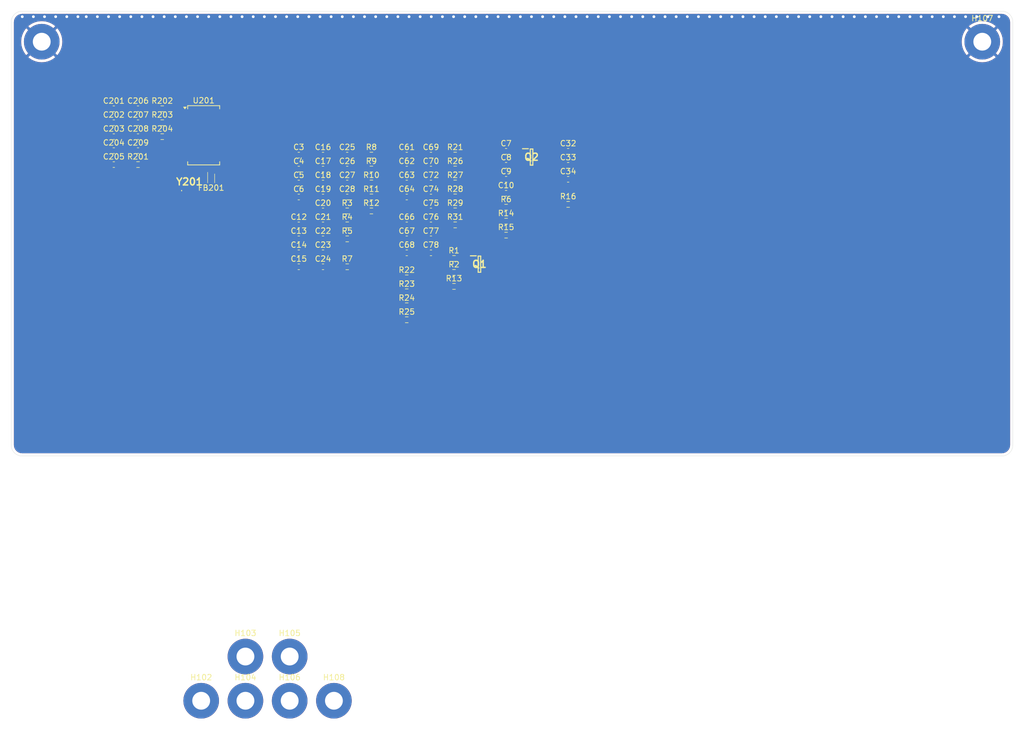
<source format=kicad_pcb>
(kicad_pcb (version 20240108) (generator "pcbnew") (generator_version "8.0")
  (layers (0 "F.Cu" signal) (1 "In1.Cu" signal) (2 "In2.Cu" signal) (31 "B.Cu" signal) (34 "B.Paste" user) (35 "F.Paste" user) (36 "B.SilkS" user "B.Silkscreen") (37 "F.SilkS" user "F.Silkscreen") (38 "B.Mask" user) (39 "F.Mask" user) (44 "Edge.Cuts" user))
  (net 0 "")
  (net 1 "GND")
  (net 2 "Net-(U201-VCCXI)")
  (net 3 "/CODEC/XTI")
  (net 4 "/CODEC/XTO")
  (net 5 "/CODEC/VBUS_F")
  (net 6 "/CODEC/CODEC_3V3")
  (net 7 "Net-(U201-VCCP2I)")
  (net 8 "Net-(U201-VCCP1I)")
  (net 9 "Net-(U201-VCOM)")
  (net 10 "Net-(U201-VCCCI)")
  (net 11 "/CODEC/USB_VBUS")
  (net 12 "Net-(U201-D+)")
  (net 13 "/CODEC/USB_DP")
  (net 14 "/CODEC/USB_DN")
  (net 15 "Net-(U201-D-)")
  (net 16 "/CODEC/VOLUME_UP")
  (net 19 "/CODEC/VOLUME_DOWN")
  (net 20 "/CODEC/MUTE")
  (net 23 "Net-(C1-Pad2)")
  (net 24 "/AMPLIFIER/GVDD")
  (net 25 "/AMPLIFIER/BSPR")
  (net 26 "/AMPLIFIER/OUTPR")
  (net 27 "/AMPLIFIER/BSNR")
  (net 28 "/AMPLIFIER/OUTNR")
  (net 29 "/AMPLIFIER/OUTPL")
  (net 30 "/AMPLIFIER/BSPL")
  (net 31 "/AMPLIFIER/OUTNL")
  (net 32 "/AMPLIFIER/BSNL")
  (net 33 "/AMPLIFIER/OUT_RP")
  (net 34 "/AMPLIFIER/OUT_RN")
  (net 35 "Net-(C21-Pad1)")
  (net 36 "Net-(C22-Pad2)")
  (net 37 "/AMPLIFIER/OUT_LP")
  (net 38 "+15V")
  (net 39 "Net-(C25-Pad1)")
  (net 40 "/AMPLIFIER/OUT_LN")
  (net 41 "Net-(C27-Pad2)")
  (net 42 "Net-(C57-Pad2)")
  (net 43 "/AMPLIFIER_SUB/OUTN")
  (net 44 "/AMPLIFIER_SUB/BSN2")
  (net 45 "/AMPLIFIER_SUB/BSP1")
  (net 46 "/AMPLIFIER_SUB/OUTP")
  (net 47 "/AMPLIFIER_SUB/OUT_P")
  (net 48 "Net-(C70-Pad1)")
  (net 49 "/AMPLIFIER_SUB/BSP2")
  (net 50 "/AMPLIFIER_SUB/OUT_N")
  (net 51 "Net-(C75-Pad2)")
  (net 52 "/AMPLIFIER_SUB/BSN1")
  (net 53 "/AMPLIFIER_SUB/GVDD")
  (net 54 "/AMPLIFIER/GAIN{slash}SLV")
  (net 55 "/AMPLIFIER/FAULT")
  (net 56 "/AMPLIFIER/MUTE")
  (net 57 "/AMPLIFIER_SUB/AUDIO_L")
  (net 58 "/AUDIO_L")
  (net 59 "/AMPLIFIER_SUB/AUDIO_R")
  (net 60 "/AUDIO_R")
  (net 61 "/AMPLIFIER_SUB/GAIN{slash}SLV")
  (net 62 "/AMPLIFIER_SUB/FAULT")
  (net 63 "/CODEC/AUDIO_R")
  (net 64 "/CODEC/AUDIO_L")
  (net 65 "Net-(Q1-G)")
  (net 66 "/AMPLIFIER/RINP")
  (net 67 "/AMPLIFIER/LINP")
  (net 68 "/AMPLIFIER/RINN")
  (net 69 "/AMPLIFIER/LINN")
  (net 70 "/AMPLIFIER_SUB/LINP")
  (net 71 "/AMPLIFIER_SUB/LINN")
  (net 72 "Net-(Q2-G)")
  (footprint "Capacitor_SMD:C_0603_1608Metric_Pad1.08x0.95mm_HandSolder" (layer "F.Cu") (at 91.6875 85.97)
    (property "Reference" "C15" (at 0 -1.43 0) (layer "F.SilkS"))
    (property "Value" "220n")
    (pad "1" smd roundrect (at -0.8625 0) (size 1.075 0.95) (layers "F.Cu" "F.Paste" "F.Mask") (net 30 "/AMPLIFIER/BSPL"))
    (pad "2" smd roundrect (at 0.8625 0) (size 1.075 0.95) (layers "F.Cu" "F.Paste" "F.Mask") (net 29 "/AMPLIFIER/OUTPL"))
  )
  (footprint "Resistor_SMD:R_0603_1608Metric_Pad0.98x0.95mm_HandSolder" (layer "F.Cu") (at 104.7375 75.93)
    (property "Reference" "R12" (at 0 -1.43 0) (layer "F.SilkS"))
    (property "Value" "47k")
    (pad "1" smd roundrect (at -0.9125 0) (size 0.975 0.95) (layers "F.Cu" "F.Paste" "F.Mask") (net 40 "/AMPLIFIER/OUT_LN"))
    (pad "2" smd roundrect (at 0.9125 0) (size 0.975 0.95) (layers "F.Cu" "F.Paste" "F.Mask") (net 37 "/AMPLIFIER/OUT_LP"))
  )
  (footprint "Capacitor_SMD:C_0603_1608Metric_Pad1.08x0.95mm_HandSolder" (layer "F.Cu") (at 111.0875 80.95)
    (property "Reference" "C67" (at 0 -1.43 0) (layer "F.SilkS"))
    (property "Value" "220n")
    (pad "1" smd roundrect (at -0.8625 0) (size 1.075 0.95) (layers "F.Cu" "F.Paste" "F.Mask") (net 45 "/AMPLIFIER_SUB/BSP1"))
    (pad "2" smd roundrect (at 0.8625 0) (size 1.075 0.95) (layers "F.Cu" "F.Paste" "F.Mask") (net 46 "/AMPLIFIER_SUB/OUTP"))
  )
  (footprint "MountingHole:MountingHole_3.2mm_M3_Pad_TopBottom" (layer "F.Cu") (at 82.1 164)
    (property "Reference" "H104" (at 0 -4.2 0) (layer "F.SilkS"))
    (property "Value" "MountingHole_Pad")
    (pad "1" thru_hole circle (at 0 0) (size 3.6 3.6) (drill 3.2) (layers "*.Cu" "*.Mask") (net 1 "GND"))
    (pad "1" connect circle (at 0 0) (size 6.4 6.4) (layers "F.Cu" "F.Mask") (net 1 "GND"))
    (pad "1" connect circle (at 0 0) (size 6.4 6.4) (layers "B.Cu" "B.Mask") (net 1 "GND"))
  )
  (footprint "Capacitor_SMD:C_0603_1608Metric_Pad1.08x0.95mm_HandSolder" (layer "F.Cu") (at 58.45 62.575)
    (property "Reference" "C203" (at 0 -1.43 0) (layer "F.SilkS"))
    (property "Value" "C")
    (pad "1" smd roundrect (at -0.8625 0) (size 1.075 0.95) (layers "F.Cu" "F.Paste" "F.Mask") (net 4 "/CODEC/XTO"))
    (pad "2" smd roundrect (at 0.8625 0) (size 1.075 0.95) (layers "F.Cu" "F.Paste" "F.Mask") (net 1 "GND"))
  )
  (footprint "Resistor_SMD:R_0603_1608Metric_Pad0.98x0.95mm_HandSolder" (layer "F.Cu") (at 67.15 60.065)
    (property "Reference" "R203" (at 0 -1.43 0) (layer "F.SilkS"))
    (property "Value" "1k5")
    (pad "1" smd roundrect (at -0.9125 0) (size 0.975 0.95) (layers "F.Cu" "F.Paste" "F.Mask") (net 13 "/CODEC/USB_DP"))
    (pad "2" smd roundrect (at 0.9125 0) (size 0.975 0.95) (layers "F.Cu" "F.Paste" "F.Mask") (net 6 "/CODEC/CODEC_3V3"))
  )
  (footprint "Resistor_SMD:R_0603_1608Metric_Pad0.98x0.95mm_HandSolder" (layer "F.Cu") (at 119.7875 70.91)
    (property "Reference" "R27" (at 0 -1.43 0) (layer "F.SilkS"))
    (property "Value" "3R3")
    (pad "1" smd roundrect (at -0.9125 0) (size 0.975 0.95) (layers "F.Cu" "F.Paste" "F.Mask") (net 50 "/AMPLIFIER_SUB/OUT_N"))
    (pad "2" smd roundrect (at 0.9125 0) (size 0.975 0.95) (layers "F.Cu" "F.Paste" "F.Mask") (net 51 "Net-(C75-Pad2)"))
  )
  (footprint "Capacitor_SMD:C_0603_1608Metric_Pad1.08x0.95mm_HandSolder" (layer "F.Cu") (at 62.8 60.065)
    (property "Reference" "C207" (at 0 -1.43 0) (layer "F.SilkS"))
    (property "Value" "C")
    (pad "1" smd roundrect (at -0.8625 0) (size 1.075 0.95) (layers "F.Cu" "F.Paste" "F.Mask") (net 8 "Net-(U201-VCCP1I)"))
    (pad "2" smd roundrect (at 0.8625 0) (size 1.075 0.95) (layers "F.Cu" "F.Paste" "F.Mask") (net 1 "GND"))
  )
  (footprint "Resistor_SMD:R_0603_1608Metric_Pad0.98x0.95mm_HandSolder" (layer "F.Cu") (at 119.575 89.5)
    (property "Reference" "R13" (at 0 -1.43 0) (layer "F.SilkS"))
    (property "Value" "10k")
    (pad "1" smd roundrect (at -0.9125 0) (size 0.975 0.95) (layers "F.Cu" "F.Paste" "F.Mask") (net 1 "GND"))
    (pad "2" smd roundrect (at 0.9125 0) (size 0.975 0.95) (layers "F.Cu" "F.Paste" "F.Mask") (net 56 "/AMPLIFIER/MUTE"))
  )
  (footprint "Resistor_SMD:R_0603_1608Metric_Pad0.98x0.95mm_HandSolder" (layer "F.Cu") (at 111.0875 92.99)
    (property "Reference" "R24" (at 0 -1.43 0) (layer "F.SilkS"))
    (property "Value" "47k")
    (pad "1" smd roundrect (at -0.9125 0) (size 0.975 0.95) (layers "F.Cu" "F.Paste" "F.Mask") (net 1 "GND"))
    (pad "2" smd roundrect (at 0.9125 0) (size 0.975 0.95) (layers "F.Cu" "F.Paste" "F.Mask") (net 60 "/AUDIO_R"))
  )
  (footprint "MountingHole:MountingHole_3.2mm_M3_Pad_TopBottom" (layer "F.Cu") (at 74.15 164)
    (property "Reference" "H102" (at 0 -4.2 0) (layer "F.SilkS"))
    (property "Value" "MountingHole_Pad")
    (pad "1" thru_hole circle (at 0 0) (size 3.6 3.6) (drill 3.2) (layers "*.Cu" "*.Mask") (net 1 "GND"))
    (pad "1" connect circle (at 0 0) (size 6.4 6.4) (layers "F.Cu" "F.Mask") (net 1 "GND"))
    (pad "1" connect circle (at 0 0) (size 6.4 6.4) (layers "B.Cu" "B.Mask") (net 1 "GND"))
  )
  (footprint "Capacitor_SMD:C_0603_1608Metric_Pad1.08x0.95mm_HandSolder" (layer "F.Cu") (at 96.0375 75.93)
    (property "Reference" "C20" (at 0 -1.43 0) (layer "F.SilkS"))
    (property "Value" "1n")
    (pad "1" smd roundrect (at -0.8625 0) (size 1.075 0.95) (layers "F.Cu" "F.Paste" "F.Mask") (net 1 "GND"))
    (pad "2" smd roundrect (at 0.8625 0) (size 1.075 0.95) (layers "F.Cu" "F.Paste" "F.Mask") (net 34 "/AMPLIFIER/OUT_RN"))
  )
  (footprint "Resistor_SMD:R_0603_1608Metric_Pad0.98x0.95mm_HandSolder" (layer "F.Cu") (at 100.3875 78.44)
    (property "Reference" "R4" (at 0 -1.43 0) (layer "F.SilkS"))
    (property "Value" "5k6")
    (pad "1" smd roundrect (at -0.9125 0) (size 0.975 0.95) (layers "F.Cu" "F.Paste" "F.Mask") (net 1 "GND"))
    (pad "2" smd roundrect (at 0.9125 0) (size 0.975 0.95) (layers "F.Cu" "F.Paste" "F.Mask") (net 54 "/AMPLIFIER/GAIN{slash}SLV"))
  )
  (footprint "Resistor_SMD:R_0603_1608Metric_Pad0.98x0.95mm_HandSolder" (layer "F.Cu") (at 67.15 57.555)
    (property "Reference" "R202" (at 0 -1.43 0) (layer "F.SilkS"))
    (property "Value" "22R")
    (pad "1" smd roundrect (at -0.9125 0) (size 0.975 0.95) (layers "F.Cu" "F.Paste" "F.Mask") (net 14 "/CODEC/USB_DN"))
    (pad "2" smd roundrect (at 0.9125 0) (size 0.975 0.95) (layers "F.Cu" "F.Paste" "F.Mask") (net 15 "Net-(U201-D-)"))
  )
  (footprint "Inductor_SMD:L_CommonModeChoke_Coilcraft_0603USB" (layer "F.Cu") (at 75.94 70.075)
    (property "Reference" "FB201" (at 0 1.7 0) (layer "F.SilkS"))
    (property "Value" "FerriteBead")
    (pad "1" smd roundrect (at -0.275 -0.655) (size 0.3 0.58) (layers "F.Cu" "F.Paste" "F.Mask") (roundrect_rratio 0.05) (net 11 "/CODEC/USB_VBUS"))
    (pad "2" smd roundrect (at -0.275 0.655) (size 0.3 0.58) (layers "F.Cu" "F.Paste" "F.Mask") (roundrect_rratio 0.05) (net 5 "/CODEC/VBUS_F"))
    (pad "3" smd roundrect (at 0.275 0.655) (size 0.3 0.58) (layers "F.Cu" "F.Paste" "F.Mask") (roundrect_rratio 0.05))
    (pad "4" smd roundrect (at 0.275 -0.655) (size 0.3 0.58) (layers "F.Cu" "F.Paste" "F.Mask") (roundrect_rratio 0.05))
  )
  (footprint "Capacitor_SMD:C_0603_1608Metric_Pad1.08x0.95mm_HandSolder" (layer "F.Cu") (at 96.0375 85.97)
    (property "Reference" "C24" (at 0 -1.43 0) (layer "F.SilkS"))
    (property "Value" "680n")
    (pad "1" smd roundrect (at -0.8625 0) (size 1.075 0.95) (layers "F.Cu" "F.Paste" "F.Mask") (net 37 "/AMPLIFIER/OUT_LP"))
    (pad "2" smd roundrect (at 0.8625 0) (size 1.075 0.95) (layers "F.Cu" "F.Paste" "F.Mask") (net 1 "GND"))
  )
  (footprint "Resistor_SMD:R_0603_1608Metric_Pad0.98x0.95mm_HandSolder" (layer "F.Cu") (at 128.9375 75.26)
    (property "Reference" "R6" (at 0 -1.43 0) (layer "F.SilkS"))
    (property "Value" "10k")
    (pad "1" smd roundrect (at -0.9125 0) (size 0.975 0.95) (layers "F.Cu" "F.Paste" "F.Mask") (net 1 "GND"))
    (pad "2" smd roundrect (at 0.9125 0) (size 0.975 0.95) (layers "F.Cu" "F.Paste" "F.Mask") (net 56 "/AMPLIFIER/MUTE"))
  )
  (footprint "Resistor_SMD:R_0603_1608Metric_Pad0.98x0.95mm_HandSolder" (layer "F.Cu") (at 119.575 84.48)
    (property "Reference" "R1" (at 0 -1.43 0) (layer "F.SilkS"))
    (property "Value" "100k")
    (pad "1" smd roundrect (at -0.9125 0) (size 0.975 0.95) (layers "F.Cu" "F.Paste" "F.Mask") (net 65 "Net-(Q1-G)"))
    (pad "2" smd roundrect (at 0.9125 0) (size 0.975 0.95) (layers "F.Cu" "F.Paste" "F.Mask") (net 56 "/AMPLIFIER/MUTE"))
  )
  (footprint "Capacitor_SMD:C_0603_1608Metric_Pad1.08x0.95mm_HandSolder" (layer "F.Cu") (at 111.0875 83.46)
    (property "Reference" "C68" (at 0 -1.43 0) (layer "F.SilkS"))
    (property "Value" "1u")
    (pad "1" smd roundrect (at -0.8625 0) (size 1.075 0.95) (layers "F.Cu" "F.Paste" "F.Mask") (net 47 "/AMPLIFIER_SUB/OUT_P"))
    (pad "2" smd roundrect (at 0.8625 0) (size 1.075 0.95) (layers "F.Cu" "F.Paste" "F.Mask") (net 1 "GND"))
  )
  (footprint "Capacitor_SMD:C_0603_1608Metric_Pad1.08x0.95mm_HandSolder" (layer "F.Cu") (at 115.4375 83.46)
    (property "Reference" "C78" (at 0 -1.43 0) (layer "F.SilkS"))
    (property "Value" "1u")
    (pad "1" smd roundrect (at -0.8625 0) (size 1.075 0.95) (layers "F.Cu" "F.Paste" "F.Mask") (net 53 "/AMPLIFIER_SUB/GVDD"))
    (pad "2" smd roundrect (at 0.8625 0) (size 1.075 0.95) (layers "F.Cu" "F.Paste" "F.Mask") (net 1 "GND"))
  )
  (footprint "Package_SO:SSOP-28_5.3x10.2mm_P0.65mm" (layer "F.Cu") (at 74.6 62.325)
    (property "Reference" "U201" (at 0 -6.25 0) (layer "F.SilkS"))
    (property "Value" "PCM2902")
    (pad "1" smd rect (at -3.6 -4.225) (size 1.75 0.45) (layers "F.Cu" "F.Paste" "F.Mask") (net 12 "Net-(U201-D+)"))
    (pad "2" smd rect (at -3.6 -3.575) (size 1.75 0.45) (layers "F.Cu" "F.Paste" "F.Mask") (net 15 "Net-(U201-D-)"))
    (pad "3" smd rect (at -3.6 -2.925) (size 1.75 0.45) (layers "F.Cu" "F.Paste" "F.Mask") (net 5 "/CODEC/VBUS_F"))
    (pad "4" smd rect (at -3.6 -2.275) (size 1.75 0.45) (layers "F.Cu" "F.Paste" "F.Mask") (net 1 "GND"))
    (pad "5" smd rect (at -3.6 -1.625) (size 1.75 0.45) (layers "F.Cu" "F.Paste" "F.Mask") (net 20 "/CODEC/MUTE"))
    (pad "6" smd rect (at -3.6 -0.975) (size 1.75 0.45) (layers "F.Cu" "F.Paste" "F.Mask") (net 16 "/CODEC/VOLUME_UP"))
    (pad "7" smd rect (at -3.6 -0.325) (size 1.75 0.45) (layers "F.Cu" "F.Paste" "F.Mask") (net 19 "/CODEC/VOLUME_DOWN"))
    (pad "8" smd rect (at -3.6 0.325) (size 1.75 0.45) (layers "F.Cu" "F.Paste" "F.Mask") (net 6 "/CODEC/CODEC_3V3"))
    (pad "9" smd rect (at -3.6 0.975) (size 1.75 0.45) (layers "F.Cu" "F.Paste" "F.Mask") (net 6 "/CODEC/CODEC_3V3"))
    (pad "10" smd rect (at -3.6 1.625) (size 1.75 0.45) (layers "F.Cu" "F.Paste" "F.Mask") (net 10 "Net-(U201-VCCCI)"))
    (pad "11" smd rect (at -3.6 2.275) (size 1.75 0.45) (layers "F.Cu" "F.Paste" "F.Mask") (net 1 "GND"))
    (pad "12" smd rect (at -3.6 2.925) (size 1.75 0.45) (layers "F.Cu" "F.Paste" "F.Mask"))
    (pad "13" smd rect (at -3.6 3.575) (size 1.75 0.45) (layers "F.Cu" "F.Paste" "F.Mask"))
    (pad "14" smd rect (at -3.6 4.225) (size 1.75 0.45) (layers "F.Cu" "F.Paste" "F.Mask") (net 9 "Net-(U201-VCOM)"))
    (pad "15" smd rect (at 3.6 4.225) (size 1.75 0.45) (layers "F.Cu" "F.Paste" "F.Mask") (net 63 "/CODEC/AUDIO_R"))
    (pad "16" smd rect (at 3.6 3.575) (size 1.75 0.45) (layers "F.Cu" "F.Paste" "F.Mask") (net 64 "/CODEC/AUDIO_L"))
    (pad "17" smd rect (at 3.6 2.925) (size 1.75 0.45) (layers "F.Cu" "F.Paste" "F.Mask") (net 8 "Net-(U201-VCCP1I)"))
    (pad "18" smd rect (at 3.6 2.275) (size 1.75 0.45) (layers "F.Cu" "F.Paste" "F.Mask") (net 1 "GND"))
    (pad "19" smd rect (at 3.6 1.625) (size 1.75 0.45) (layers "F.Cu" "F.Paste" "F.Mask") (net 7 "Net-(U201-VCCP2I)"))
    (pad "20" smd rect (at 3.6 0.975) (size 1.75 0.45) (layers "F.Cu" "F.Paste" "F.Mask") (net 4 "/CODEC/XTO"))
    (pad "21" smd rect (at 3.6 0.325) (size 1.75 0.45) (layers "F.Cu" "F.Paste" "F.Mask") (net 3 "/CODEC/XTI"))
    (pad "22" smd rect (at 3.6 -0.325) (size 1.75 0.45) (layers "F.Cu" "F.Paste" "F.Mask") (net 1 "GND"))
    (pad "23" smd rect (at 3.6 -0.975) (size 1.75 0.45) (layers "F.Cu" "F.Paste" "F.Mask") (net 2 "Net-(U201-VCCXI)"))
    (pad "24" smd rect (at 3.6 -1.625) (size 1.75 0.45) (layers "F.Cu" "F.Paste" "F.Mask"))
    (pad "25" smd rect (at 3.6 -2.275) (size 1.75 0.45) (layers "F.Cu" "F.Paste" "F.Mask"))
    (pad "26" smd rect (at 3.6 -2.925) (size 1.75 0.45) (layers "F.Cu" "F.Paste" "F.Mask") (net 1 "GND"))
    (pad "27" smd rect (at 3.6 -3.575) (size 1.75 0.45) (layers "F.Cu" "F.Paste" "F.Mask") (net 6 "/CODEC/CODEC_3V3"))
    (pad "28" smd rect (at 3.6 -4.225) (size 1.75 0.45) (layers "F.Cu" "F.Paste" "F.Mask") (net 6 "/CODEC/CODEC_3V3"))
  )
  (footprint "Capacitor_SMD:C_0603_1608Metric_Pad1.08x0.95mm_HandSolder" (layer "F.Cu") (at 128.9375 72.75)
    (property "Reference" "C10" (at 0 -1.43 0) (layer "F.SilkS"))
    (property "Value" "1u")
    (pad "1" smd roundrect (at -0.8625 0) (size 1.075 0.95) (layers "F.Cu" "F.Paste" "F.Mask") (net 69 "/AMPLIFIER/LINN"))
    (pad "2" smd roundrect (at 0.8625 0) (size 1.075 0.95) (layers "F.Cu" "F.Paste" "F.Mask") (net 1 "GND"))
  )
  (footprint "Resistor_SMD:R_0603_1608Metric_Pad0.98x0.95mm_HandSolder" (layer "F.Cu") (at 128.9375 77.77)
    (property "Reference" "R14" (at 0 -1.43 0) (layer "F.SilkS"))
    (property "Value" "10k")
    (pad "1" smd roundrect (at -0.9125 0) (size 0.975 0.95) (layers "F.Cu" "F.Paste" "F.Mask") (net 56 "/AMPLIFIER/MUTE"))
    (pad "2" smd roundrect (at 0.9125 0) (size 0.975 0.95) (layers "F.Cu" "F.Paste" "F.Mask") (net 38 "+15V"))
  )
  (footprint "Capacitor_SMD:C_0603_1608Metric_Pad1.08x0.95mm_HandSolder" (layer "F.Cu") (at 115.4375 75.93)
    (property "Reference" "C75" (at 0 -1.43 0) (layer "F.SilkS"))
    (property "Value" "10n")
    (pad "1" smd roundrect (at -0.8625 0) (size 1.075 0.95) (layers "F.Cu" "F.Paste" "F.Mask") (net 1 "GND"))
    (pad "2" smd roundrect (at 0.8625 0) (size 1.075 0.95) (layers "F.Cu" "F.Paste" "F.Mask") (net 51 "Net-(C75-Pad2)"))
  )
  (footprint "MountingHole:MountingHole_3.2mm_M3_Pad_TopBottom" (layer "F.Cu") (at 45.5 45.5)
    (property "Reference" "H101" (hide yes))
    (property "Value" "MountingHole_Pad")
    (pad "1" thru_hole circle (at 0 0) (size 3.6 3.6) (drill 3.2) (layers "*.Cu" "*.Mask") (net 1 "GND"))
    (pad "1" connect circle (at 0 0) (size 6.4 6.4) (layers "F.Cu" "F.Mask") (net 1 "GND"))
    (pad "1" connect circle (at 0 0) (size 6.4 6.4) (layers "B.Cu" "B.Mask") (net 1 "GND"))
  )
  (footprint "Capacitor_SMD:C_0603_1608Metric_Pad1.08x0.95mm_HandSolder" (layer "F.Cu") (at 96.0375 68.4)
    (property "Reference" "C17" (at 0 -1.43 0) (layer "F.SilkS"))
    (property "Value" "680n")
    (pad "1" smd roundrect (at -0.8625 0) (size 1.075 0.95) (layers "F.Cu" "F.Paste" "F.Mask") (net 33 "/AMPLIFIER/OUT_RP"))
    (pad "2" smd roundrect (at 0.8625 0) (size 1.075 0.95) (layers "F.Cu" "F.Paste" "F.Mask") (net 1 "GND"))
  )
  (footprint "Resistor_SMD:R_0603_1608Metric_Pad0.98x0.95mm_HandSolder" (layer "F.Cu") (at 67.15 62.575)
    (property "Reference" "R204" (at 0 -1.43 0) (layer "F.SilkS"))
    (property "Value" "1M")
    (pad "1" smd roundrect (at -0.9125 0) (size 0.975 0.95) (layers "F.Cu" "F.Paste" "F.Mask") (net 4 "/CODEC/XTO"))
    (pad "2" smd roundrect (at 0.9125 0) (size 0.975 0.95) (layers "F.Cu" "F.Paste" "F.Mask") (net 3 "/CODEC/XTI"))
  )
  (footprint "Capacitor_SMD:C_0603_1608Metric_Pad1.08x0.95mm_HandSolder" (layer "F.Cu") (at 115.4375 80.95)
    (property "Reference" "C77" (at 0 -1.43 0) (layer "F.SilkS"))
    (property "Value" "1u")
    (pad "1" smd roundrect (at -0.8625 0) (size 1.075 0.95) (layers "F.Cu" "F.Paste" "F.Mask") (net 1 "GND"))
    (pad "2" smd roundrect (at 0.8625 0) (size 1.075 0.95) (layers "F.Cu" "F.Paste" "F.Mask") (net 50 "/AMPLIFIER_SUB/OUT_N"))
  )
  (footprint "Capacitor_SMD:C_0603_1608Metric_Pad1.08x0.95mm_HandSolder" (layer "F.Cu") (at 140.0875 65.22)
    (property "Reference" "C32" (at 0 -1.43 0) (layer "F.SilkS"))
    (property "Value" "1u")
    (pad "1" smd roundrect (at -0.8625 0) (size 1.075 0.95) (layers "F.Cu" "F.Paste" "F.Mask") (net 57 "/AMPLIFIER_SUB/AUDIO_L"))
    (pad "2" smd roundrect (at 0.8625 0) (size 1.075 0.95) (layers "F.Cu" "F.Paste" "F.Mask") (net 70 "/AMPLIFIER_SUB/LINP"))
  )
  (footprint "MountingHole:MountingHole_3.2mm_M3_Pad_TopBottom" (layer "F.Cu") (at 82.1 156.05)
    (property "Reference" "H103" (at 0 -4.2 0) (layer "F.SilkS"))
    (property "Value" "MountingHole_Pad")
    (pad "1" thru_hole circle (at 0 0) (size 3.6 3.6) (drill 3.2) (layers "*.Cu" "*.Mask") (net 1 "GND"))
    (pad "1" connect circle (at 0 0) (size 6.4 6.4) (layers "F.Cu" "F.Mask") (net 1 "GND"))
    (pad "1" connect circle (at 0 0) (size 6.4 6.4) (layers "B.Cu" "B.Mask") (net 1 "GND"))
  )
  (footprint "Resistor_SMD:R_0603_1608Metric_Pad0.98x0.95mm_HandSolder" (layer "F.Cu") (at 119.575 86.99)
    (property "Reference" "R2" (at 0 -1.43 0) (layer "F.SilkS"))
    (property "Value" "10k")
    (pad "1" smd roundrect (at -0.9125 0) (size 0.975 0.95) (layers "F.Cu" "F.Paste" "F.Mask") (net 56 "/AMPLIFIER/MUTE"))
    (pad "2" smd roundrect (at 0.9125 0) (size 0.975 0.95) (layers "F.Cu" "F.Paste" "F.Mask") (net 38 "+15V"))
  )
  (footprint "Resistor_SMD:R_0603_1608Metric_Pad0.98x0.95mm_HandSolder" (layer "F.Cu") (at 119.7875 73.42)
    (property "Reference" "R28" (at 0 -1.43 0) (layer "F.SilkS"))
    (property "Value" "51k")
    (pad "1" smd roundrect (at -0.9125 0) (size 0.975 0.95) (layers "F.Cu" "F.Paste" "F.Mask") (net 61 "/AMPLIFIER_SUB/GAIN{slash}SLV"))
    (pad "2" smd roundrect (at 0.9125 0) (size 0.975 0.95) (layers "F.Cu" "F.Paste" "F.Mask") (net 53 "/AMPLIFIER_SUB/GVDD"))
  )
  (footprint "Resistor_SMD:R_0603_1608Metric_Pad0.98x0.95mm_HandSolder" (layer "F.Cu") (at 119.7875 75.93)
    (property "Reference" "R29" (at 0 -1.43 0) (layer "F.SilkS"))
    (property "Value" "51k")
    (pad "1" smd roundrect (at -0.9125 0) (size 0.975 0.95) (layers "F.Cu" "F.Paste" "F.Mask") (net 1 "GND"))
    (pad "2" smd roundrect (at 0.9125 0) (size 0.975 0.95) (layers "F.Cu" "F.Paste" "F.Mask") (net 61 "/AMPLIFIER_SUB/GAIN{slash}SLV"))
  )
  (footprint "Resistor_SMD:R_0603_1608Metric_Pad0.98x0.95mm_HandSolder" (layer "F.Cu") (at 119.7875 65.89)
    (property "Reference" "R21" (at 0 -1.43 0) (layer "F.SilkS"))
    (property "Value" "3R3")
    (pad "1" smd roundrect (at -0.9125 0) (size 0.975 0.95) (layers "F.Cu" "F.Paste" "F.Mask") (net 48 "Net-(C70-Pad1)"))
    (pad "2" smd roundrect (at 0.9125 0) (size 0.975 0.95) (layers "F.Cu" "F.Paste" "F.Mask") (net 47 "/AMPLIFIER_SUB/OUT_P"))
  )
  (footprint "MountingHole:MountingHole_3.2mm_M3_Pad_TopBottom" (layer "F.Cu") (at 98 164)
    (property "Reference" "H108" (at 0 -4.2 0) (layer "F.SilkS"))
    (property "Value" "MountingHole_Pad")
    (pad "1" thru_hole circle (at 0 0) (size 3.6 3.6) (drill 3.2) (layers "*.Cu" "*.Mask") (net 1 "GND"))
    (pad "1" connect circle (at 0 0) (size 6.4 6.4) (layers "F.Cu" "F.Mask") (net 1 "GND"))
    (pad "1" connect circle (at 0 0) (size 6.4 6.4) (layers "B.Cu" "B.Mask") (net 1 "GND"))
  )
  (footprint "Resistor_SMD:R_0603_1608Metric_Pad0.98x0.95mm_HandSolder" (layer "F.Cu") (at 104.7375 70.91)
    (property "Reference" "R10" (at 0 -1.43 0) (layer "F.SilkS"))
    (property "Value" "3R3")
    (pad "1" smd roundrect (at -0.9125 0) (size 0.975 0.95) (layers "F.Cu" "F.Paste" "F.Mask") (net 40 "/AMPLIFIER/OUT_LN"))
    (pad "2" smd roundrect (at 0.9125 0) (size 0.975 0.95) (layers "F.Cu" "F.Paste" "F.Mask") (net 41 "Net-(C27-Pad2)"))
  )
  (footprint "Capacitor_SMD:C_0603_1608Metric_Pad1.08x0.95mm_HandSolder" (layer "F.Cu") (at 96.0375 83.46)
    (property "Reference" "C23" (at 0 -1.43 0) (layer "F.SilkS"))
    (property "Value" "1n")
    (pad "1" smd roundrect (at -0.8625 0) (size 1.075 0.95) (layers "F.Cu" "F.Paste" "F.Mask") (net 37 "/AMPLIFIER/OUT_LP"))
    (pad "2" smd roundrect (at 0.8625 0) (size 1.075 0.95) (layers "F.Cu" "F.Paste" "F.Mask") (net 1 "GND"))
  )
  (footprint "Resistor_SMD:R_0603_1608Metric_Pad0.98x0.95mm_HandSolder" (layer "F.Cu") (at 100.3875 85.97)
    (property "Reference" "R7" (at 0 -1.43 0) (layer "F.SilkS"))
    (property "Value" "3R3")
    (pad "1" smd roundrect (at -0.9125 0) (size 0.975 0.95) (layers "F.Cu" "F.Paste" "F.Mask") (net 35 "Net-(C21-Pad1)"))
    (pad "2" smd roundrect (at 0.9125 0) (size 0.975 0.95) (layers "F.Cu" "F.Paste" "F.Mask") (net 33 "/AMPLIFIER/OUT_RP"))
  )
  (footprint "Resistor_SMD:R_0603_1608Metric_Pad0.98x0.95mm_HandSolder" (layer "F.Cu") (at 128.9375 80.28)
    (property "Reference" "R15" (at 0 -1.43 0) (layer "F.SilkS"))
    (property "Value" "100k")
    (pad "1" smd roundrect (at -0.9125 0) (size 0.975 0.95) (layers "F.Cu" "F.Paste" "F.Mask") (net 72 "Net-(Q2-G)"))
    (pad "2" smd roundrect (at 0.9125 0) (size 0.975 0.95) (layers "F.Cu" "F.Paste" "F.Mask") (net 56 "/AMPLIFIER/MUTE"))
  )
  (footprint "Capacitor_SMD:C_0603_1608Metric_Pad1.08x0.95mm_HandSolder" (layer "F.Cu") (at 115.4375 65.89)
    (property "Reference" "C69" (at 0 -1.43 0) (layer "F.SilkS"))
    (property "Value" "680n")
    (pad "1" smd roundrect (at -0.8625 0) (size 1.075 0.95) (layers "F.Cu" "F.Paste" "F.Mask") (net 47 "/AMPLIFIER_SUB/OUT_P"))
    (pad "2" smd roundrect (at 0.8625 0) (size 1.075 0.95) (layers "F.Cu" "F.Paste" "F.Mask") (net 1 "GND"))
  )
  (footprint "Capacitor_SMD:C_0603_1608Metric_Pad1.08x0.95mm_HandSolder" (layer "F.Cu") (at 128.9375 67.73)
    (property "Reference" "C8" (at 0 -1.43 0) (layer "F.SilkS"))
    (property "Value" "1u")
    (pad "1" smd roundrect (at -0.8625 0) (size 1.075 0.95) (layers "F.Cu" "F.Paste" "F.Mask") (net 58 "/AUDIO_L"))
    (pad "2" smd roundrect (at 0.8625 0) (size 1.075 0.95) (layers "F.Cu" "F.Paste" "F.Mask") (net 67 "/AMPLIFIER/LINP"))
  )
  (footprint "Resistor_SMD:R_0603_1608Metric_Pad0.98x0.95mm_HandSolder" (layer "F.Cu") (at 100.3875 80.95)
    (property "Reference" "R5" (at 0 -1.43 0) (layer "F.SilkS"))
    (property "Value" "10k")
    (pad "1" smd roundrect (at -0.9125 0) (size 0.975 0.95) (layers "F.Cu" "F.Paste" "F.Mask") (net 55 "/AMPLIFIER/FAULT"))
    (pad "2" smd roundrect (at 0.9125 0) (size 0.975 0.95) (layers "F.Cu" "F.Paste" "F.Mask") (net 24 "/AMPLIFIER/GVDD"))
  )
  (footprint "MountingHole:MountingHole_3.2mm_M3_Pad_TopBottom" (layer "F.Cu") (at 90.05 156.05)
    (property "Reference" "H105" (at 0 -4.2 0) (layer "F.SilkS"))
    (property "Value" "MountingHole_Pad")
    (pad "1" thru_hole circle (at 0 0) (size 3.6 3.6) (drill 3.2) (layers "*.Cu" "*.Mask") (net 1 "GND"))
    (pad "1" connect circle (at 0 0) (size 6.4 6.4) (layers "F.Cu" "F.Mask") (net 1 "GND"))
    (pad "1" connect circle (at 0 0) (size 6.4 6.4) (layers "B.Cu" "B.Mask") (net 1 "GND"))
  )
  (footprint "Capacitor_SMD:C_0603_1608Metric_Pad1.08x0.95mm_HandSolder" (layer "F.Cu") (at 100.3875 68.4)
    (property "Reference" "C26" (at 0 -1.43 0) (layer "F.SilkS"))
    (property "Value" "680n")
    (pad "1" smd roundrect (at -0.8625 0) (size 1.075 0.95) (layers "F.Cu" "F.Paste" "F.Mask") (net 1 "GND"))
    (pad "2" smd roundrect (at 0.8625 0) (size 1.075 0.95) (layers "F.Cu" "F.Paste" "F.Mask") (net 40 "/AMPLIFIER/OUT_LN"))
  )
  (footprint "Capacitor_SMD:C_0603_1608Metric_Pad1.08x0.95mm_HandSolder" (layer "F.Cu") (at 58.45 65.085)
    (property "Reference" "C204" (at 0 -1.43 0) (layer "F.SilkS"))
    (property "Value" "C")
    (pad "1" smd roundrect (at -0.8625 0) (size 1.075 0.95) (layers "F.Cu" "F.Paste" "F.Mask") (net 5 "/CODEC/VBUS_F"))
    (pad "2" smd roundrect (at 0.8625 0) (size 1.075 0.95) (layers "F.Cu" "F.Paste" "F.Mask") (net 1 "GND"))
  )
  (footprint "Capacitor_SMD:C_0603_1608Metric_Pad1.08x0.95mm_HandSolder" (layer "F.Cu") (at 91.6875 70.91)
    (property "Reference" "C5" (at 0 -1.43 0) (layer "F.SilkS"))
    (property "Value" "1n")
    (pad "1" smd roundrect (at -0.8625 0) (size 1.075 0.95) (layers "F.Cu" "F.Paste" "F.Mask") (net 38 "+15V"))
    (pad "2" smd roundrect (at 0.8625 0) (size 1.075 0.95) (layers "F.Cu" "F.Paste" "F.Mask") (net 23 "Net-(C1-Pad2)"))
  )
  (footprint "Capacitor_SMD:C_0603_1608Metric_Pad1.08x0.95mm_HandSolder" (layer "F.Cu") (at 58.45 60.065)
    (property "Reference" "C202" (at 0 -1.43 0) (layer "F.SilkS"))
    (property "Value" "C")
    (pad "1" smd roundrect (at -0.8625 0) (size 1.075 0.95) (layers "F.Cu" "F.Paste" "F.Mask") (net 3 "/CODEC/XTI"))
    (pad "2" smd roundrect (at 0.8625 0) (size 1.075 0.95) (layers "F.Cu" "F.Paste" "F.Mask") (net 1 "GND"))
  )
  (footprint "Lund Formula Student:LFXTAL035264" (layer "F.Cu") (at 72.034 70.678)
    (property "Reference" "Y201" (at 0 0 0) (layer "F.SilkS") (effects (font (size 1.27 1.27) (thickness 0.254))))
    (property "Value" "LFXTAL035264" (hide yes))
    (pad "1" smd rect (at -1.1 0.8 90) (size 1.15 1.4) (layers "F.Cu" "F.Paste" "F.Mask") (net 4 "/CODEC/XTO"))
    (pad "2" smd rect (at 1.1 0.8 90) (size 1.15 1.4) (layers "F.Cu" "F.Paste" "F.Mask") (net 1 "GND"))
    (pad "3" smd rect (at 1.1 -0.8 90) (size 1.15 1.4) (layers "F.Cu" "F.Paste" "F.Mask") (net 3 "/CODEC/XTI"))
    (pad "4" smd rect (at -1.1 -0.8 90) (size 1.15 1.4) (layers "F.Cu" "F.Paste" "F.Mask") (net 1 "GND"))
  )
  (footprint "Capacitor_SMD:C_0603_1608Metric_Pad1.08x0.95mm_HandSolder" (layer "F.Cu") (at 91.6875 73.42)
    (property "Reference" "C6" (at 0 -1.43 0) (layer "F.SilkS"))
    (property "Value" "1n")
    (pad "1" smd roundrect (at -0.8625 0) (size 1.075 0.95) (layers "F.Cu" "F.Paste" "F.Mask") (net 38 "+15V"))
    (pad "2" smd roundrect (at 0.8625 0) (size 1.075 0.95) (layers "F.Cu" "F.Paste" "F.Mask") (net 23 "Net-(C1-Pad2)"))
  )
  (footprint "Capacitor_SMD:C_0603_1608Metric_Pad1.08x0.95mm_HandSolder" (layer "F.Cu") (at 91.6875 78.44)
    (property "Reference" "C12" (at 0 -1.43 0) (layer "F.SilkS"))
    (property "Value" "C")
    (pad "1" smd roundrect (at -0.8625 0) (size 1.075 0.95) (layers "F.Cu" "F.Paste" "F.Mask") (net 24 "/AMPLIFIER/GVDD"))
    (pad "2" smd roundrect (at 0.8625 0) (size 1.075 0.95) (layers "F.Cu" "F.Paste" "F.Mask") (net 1 "GND"))
  )
  (footprint "Capacitor_SMD:C_0603_1608Metric_Pad1.08x0.95mm_HandSolder" (layer "F.Cu") (at 140.0875 67.73)
    (property "Reference" "C33" (at 0 -1.43 0) (layer "F.SilkS"))
    (property "Value" "1u")
    (pad "1" smd roundrect (at -0.8625 0) (size 1.075 0.95) (layers "F.Cu" "F.Paste" "F.Mask") (net 59 "/AMPLIFIER_SUB/AUDIO_R"))
    (pad "2" smd roundrect (at 0.8625 0) (size 1.075 0.95) (layers "F.Cu" "F.Paste" "F.Mask") (net 70 "/AMPLIFIER_SUB/LINP"))
  )
  (footprint "Capacitor_SMD:C_0603_1608Metric_Pad1.08x0.95mm_HandSolder" (layer "F.Cu") (at 111.0875 73.42)
    (property "Reference" "C64" (at 0 -1.43 0) (layer "F.SilkS"))
    (property "Value" "1n")
    (pad "1" smd roundrect (at -0.8625 0) (size 1.075 0.95) (layers "F.Cu" "F.Paste" "F.Mask") (net 38 "+15V"))
    (pad "2" smd roundrect (at 0.8625 0) (size 1.075 0.95) (layers "F.Cu" "F.Paste" "F.Mask") (net 42 "Net-(C57-Pad2)"))
  )
  (footprint "Capacitor_SMD:C_0603_1608Metric_Pad1.08x0.95mm_HandSolder" (layer "F.Cu") (at 62.8 62.575)
    (property "Reference" "C208" (at 0 -1.43 0) (layer "F.SilkS"))
    (property "Value" "C")
    (pad "1" smd roundrect (at -0.8625 0) (size 1.075 0.95) (layers "F.Cu" "F.Paste" "F.Mask") (net 9 "Net-(U201-VCOM)"))
    (pad "2" smd roundrect (at 0.8625 0) (size 1.075 0.95) (layers "F.Cu" "F.Paste" "F.Mask") (net 1 "GND"))
  )
  (footprint "Capacitor_SMD:C_0603_1608Metric_Pad1.08x0.95mm_HandSolder" (layer "F.Cu") (at 96.0375 70.91)
    (property "Reference" "C18" (at 0 -1.43 0) (layer "F.SilkS"))
    (property "Value" "680n")
    (pad "1" smd roundrect (at -0.8625 0) (size 1.075 0.95) (layers "F.Cu" "F.Paste" "F.Mask") (net 1 "GND"))
    (pad "2" smd roundrect (at 0.8625 0) (size 1.075 0.95) (layers "F.Cu" "F.Paste" "F.Mask") (net 34 "/AMPLIFIER/OUT_RN"))
  )
  (footprint "Capacitor_SMD:C_0603_1608Metric_Pad1.08x0.95mm_HandSolder" (layer "F.Cu") (at 62.8 57.555)
    (property "Reference" "C206" (at 0 -1.43 0) (layer "F.SilkS"))
    (property "Value" "C")
    (pad "1" smd roundrect (at -0.8625 0) (size 1.075 0.95) (layers "F.Cu" "F.Paste" "F.Mask") (net 7 "Net-(U201-VCCP2I)"))
    (pad "2" smd roundrect (at 0.8625 0) (size 1.075 0.95) (layers "F.Cu" "F.Paste" "F.Mask") (net 1 "GND"))
  )
  (footprint "Capacitor_SMD:C_0603_1608Metric_Pad1.08x0.95mm_HandSolder" (layer "F.Cu") (at 96.0375 78.44)
    (property "Reference" "C21" (at 0 -1.43 0) (layer "F.SilkS"))
    (property "Value" "10n")
    (pad "1" smd roundrect (at -0.8625 0) (size 1.075 0.95) (layers "F.Cu" "F.Paste" "F.Mask") (net 35 "Net-(C21-Pad1)"))
    (pad "2" smd roundrect (at 0.8625 0) (size 1.075 0.95) (layers "F.Cu" "F.Paste" "F.Mask") (net 1 "GND"))
  )
  (footprint "Capacitor_SMD:C_0603_1608Metric_Pad1.08x0.95mm_HandSolder" (layer "F.Cu") (at 100.3875 73.42)
    (property "Reference" "C28" (at 0 -1.43 0) (layer "F.SilkS"))
    (property "Value" "1n")
    (pad "1" smd roundrect (at -0.8625 0) (size 1.075 0.95) (layers "F.Cu" "F.Paste" "F.Mask") (net 1 "GND"))
    (pad "2" smd roundrect (at 0.8625 0) (size 1.075 0.95) (layers "F.Cu" "F.Paste" "F.Mask") (net 40 "/AMPLIFIER/OUT_LN"))
  )
  (footprint "Capacitor_SMD:C_0603_1608Metric_Pad1.08x0.95mm_HandSolder" (layer "F.Cu") (at 111.0875 65.89)
    (property "Reference" "C61" (at 0 -1.43 0) (layer "F.SilkS"))
    (property "Value" "100n")
    (pad "1" smd roundrect (at -0.8625 0) (size 1.075 0.95) (layers "F.Cu" "F.Paste" "F.Mask") (net 38 "+15V"))
    (pad "2" smd roundrect (at 0.8625 0) (size 1.075 0.95) (layers "F.Cu" "F.Paste" "F.Mask") (net 42 "Net-(C57-Pad2)"))
  )
  (footprint "Resistor_SMD:R_0603_1608Metric_Pad0.98x0.95mm_HandSolder" (layer "F.Cu") (at 104.7375 65.89)
    (property "Reference" "R8" (at 0 -1.43 0) (layer "F.SilkS"))
    (property "Value" "3R3")
    (pad "1" smd roundrect (at -0.9125 0) (size 0.975 0.95) (layers "F.Cu" "F.Paste" "F.Mask") (net 34 "/AMPLIFIER/OUT_RN"))
    (pad "2" smd roundrect (at 0.9125 0) (size 0.975 0.95) (layers "F.Cu" "F.Paste" "F.Mask") (net 36 "Net-(C22-Pad2)"))
  )
  (footprint "Capacitor_SMD:C_0603_1608Metric_Pad1.08x0.95mm_HandSolder" (layer "F.Cu") (at 140.0875 70.24)
    (property "Reference" "C34" (at 0 -1.43 0) (layer "F.SilkS"))
    (property "Value" "1u")
    (pad "1" smd roundrect (at -0.8625 0) (size 1.075 0.95) (layers "F.Cu" "F.Paste" "F.Mask") (net 71 "/AMPLIFIER_SUB/LINN"))
    (pad "2" smd roundrect (at 0.8625 0) (size 1.075 0.95) (layers "F.Cu" "F.Paste" "F.Mask") (net 1 "GND"))
  )
  (footprint "Lund Formula Student:SOT95P230X110-3N" (layer "F.Cu") (at 133.5125 66.24)
    (property "Reference" "Q2" (at 0 0 0) (layer "F.SilkS") (effects (font (size 1.27 1.27) (thickness 0.254))))
    (property "Value" "PMV280ENEAR" (hide yes))
    (pad "1" smd rect (at -1.1 -0.95 90) (size 0.6 1.05) (layers "F.Cu" "F.Paste" "F.Mask") (net 72 "Net-(Q2-G)"))
    (pad "2" smd rect (at -1.1 0.95 90) (size 0.6 1.05) (layers "F.Cu" "F.Paste" "F.Mask") (net 1 "GND"))
    (pad "3" smd rect (at 1.1 0 90) (size 0.6 1.05) (layers "F.Cu" "F.Paste" "F.Mask") (net 56 "/AMPLIFIER/MUTE"))
  )
  (footprint "Resistor_SMD:R_0603_1608Metric_Pad0.98x0.95mm_HandSolder" (layer "F.Cu") (at 119.7875 78.44)
    (property "Reference" "R31" (at 0 -1.43 0) (layer "F.SilkS"))
    (property "Value" "100k")
    (pad "1" smd roundrect (at -0.9125 0) (size 0.975 0.95) (layers "F.Cu" "F.Paste" "F.Mask") (net 62 "/AMPLIFIER_SUB/FAULT"))
    (pad "2" smd roundrect (at 0.9125 0) (size 0.975 0.95) (layers "F.Cu" "F.Paste" "F.Mask") (net 53 "/AMPLIFIER_SUB/GVDD"))
  )
  (footprint "Resistor_SMD:R_0603_1608Metric_Pad0.98x0.95mm_HandSolder" (layer "F.Cu") (at 104.7375 68.4)
    (property "Reference" "R9" (at 0 -1.43 0) (layer "F.SilkS"))
    (property "Value" "3R3")
    (pad "1" smd roundrect (at -0.9125 0) (size 0.975 0.95) (layers "F.Cu" "F.Paste" "F.Mask") (net 39 "Net-(C25-Pad1)"))
    (pad "2" smd roundrect (at 0.9125 0) (size 0.975 0.95) (layers "F.Cu" "F.Paste" "F.Mask") (net 37 "/AMPLIFIER/OUT_LP"))
  )
  (footprint "Capacitor_SMD:C_0603_1608Metric_Pad1.08x0.95mm_HandSolder" (layer "F.Cu") (at 62.8 65.085)
    (property "Reference" "C209" (at 0 -1.43 0) (layer "F.SilkS"))
    (property "Value" "C")
    (pad "1" smd roundrect (at -0.8625 0) (size 1.075 0.95) (layers "F.Cu" "F.Paste" "F.Mask") (net 10 "Net-(U201-VCCCI)"))
    (pad "2" smd roundrect (at 0.8625 0) (size 1.075 0.95) (layers "F.Cu" "F.Paste" "F.Mask") (net 1 "GND"))
  )
  (footprint "Capacitor_SMD:C_0603_1608Metric_Pad1.08x0.95mm_HandSolder" (layer "F.Cu") (at 96.0375 73.42)
    (property "Reference" "C19" (at 0 -1.43 0) (layer "F.SilkS"))
    (property "Value" "1n")
    (pad "1" smd roundrect (at -0.8625 0) (size 1.075 0.95) (layers "F.Cu" "F.Paste" "F.Mask") (net 33 "/AMPLIFIER/OUT_RP"))
    (pad "2" smd roundrect (at 0.8625 0) (size 1.075 0.95) (layers "F.Cu" "F.Paste" "F.Mask") (net 1 "GND"))
  )
  (footprint "Resistor_SMD:R_0603_1608Metric_Pad0.98x0.95mm_HandSolder" (layer "F.Cu") (at 111.0875 95.5)
    (property "Reference" "R25" (at 0 -1.43 0) (layer "F.SilkS"))
    (property "Value" "47k")
    (pad "1" smd roundrect (at -0.9125 0) (size 0.975 0.95) (layers "F.Cu" "F.Paste" "F.Mask") (net 1 "GND"))
    (pad "2" smd roundrect (at 0.9125 0) (size 0.975 0.95) (layers "F.Cu" "F.Paste" "F.Mask") (net 58 "/AUDIO_L"))
  )
  (footprint "Capacitor_SMD:C_0603_1608Metric_Pad1.08x0.95mm_HandSolder" (layer "F.Cu") (at 91.6875 83.46)
    (property "Reference" "C14" (at 0 -1.43 0) (layer "F.SilkS"))
    (property "Value" "220n")
    (pad "1" smd roundrect (at -0.8625 0) (size 1.075 0.95) (layers "F.Cu" "F.Paste" "F.Mask") (net 27 "/AMPLIFIER/BSNR"))
    (pad "2" smd roundrect (at 0.8625 0) (size 1.075 0.95) (layers "F.Cu" "F.Paste" "F.Mask") (net 28 "/AMPLIFIER/OUTNR"))
  )
  (footprint "Capacitor_SMD:C_0603_1608Metric_Pad1.08x0.95mm_HandSolder" (layer "F.Cu") (at 100.3875 65.89)
    (property "Reference" "C25" (at 0 -1.43 0) (layer "F.SilkS"))
    (property "Value" "10n")
    (pad "1" smd roundrect (at -0.8625 0) (size 1.075 0.95) (layers "F.Cu" "F.Paste" "F.Mask") (net 39 "Net-(C25-Pad1)"))
    (pad "2" smd roundrect (at 0.8625 0) (size 1.075 0.95) (layers "F.Cu" "F.Paste" "F.Mask") (net 1 "GND"))
  )
  (footprint "MountingHole:MountingHole_3.2mm_M3_Pad_TopBottom" (layer "F.Cu") (at 214.5 45.5)
    (property "Reference" "H107" (at 0 -4.2 0) (layer "F.SilkS"))
    (property "Value" "MountingHole_Pad")
    (pad "1" thru_hole circle (at 0 0) (size 3.6 3.6) (drill 3.2) (layers "*.Cu" "*.Mask") (net 1 "GND"))
    (pad "1" connect circle (at 0 0) (size 6.4 6.4) (layers "F.Cu" "F.Mask") (net 1 "GND"))
    (pad "1" connect circle (at 0 0) (size 6.4 6.4) (layers "B.Cu" "B.Mask") (net 1 "GND"))
  )
  (footprint "Resistor_SMD:R_0603_1608Metric_Pad0.98x0.95mm_HandSolder" (layer "F.Cu") (at 100.3875 75.93)
    (property "Reference" "R3" (at 0 -1.43 0) (layer "F.SilkS"))
    (property "Value" "47k")
    (pad "1" smd roundrect (at -0.9125 0) (size 0.975 0.95) (layers "F.Cu" "F.Paste" "F.Mask") (net 54 "/AMPLIFIER/GAIN{slash}SLV"))
    (pad "2" smd roundrect (at 0.9125 0) (size 0.975 0.95) (layers "F.Cu" "F.Paste" "F.Mask") (net 24 "/AMPLIFIER/GVDD"))
  )
  (footprint "Capacitor_SMD:C_0603_1608Metric_Pad1.08x0.95mm_HandSolder" (layer "F.Cu") (at 111.0875 78.44)
    (property "Reference" "C66" (at 0 -1.43 0) (layer "F.SilkS"))
    (property "Value" "220n")
    (pad "1" smd roundrect (at -0.8625 0) (size 1.075 0.95) (layers "F.Cu" "F.Paste" "F.Mask") (net 44 "/AMPLIFIER_SUB/BSN2"))
    (pad "2" smd roundrect (at 0.8625 0) (size 1.075 0.95) (layers "F.Cu" "F.Paste" "F.Mask") (net 43 "/AMPLIFIER_SUB/OUTN"))
  )
  (footprint "Capacitor_SMD:C_0603_1608Metric_Pad1.08x0.95mm_HandSolder" (layer "F.Cu") (at 58.45 67.595)
    (property "Reference" "C205" (at 0 -1.43 0) (layer "F.SilkS"))
    (property "Value" "C")
    (pad "1" smd roundrect (at -0.8625 0) (size 1.075 0.95) (layers "F.Cu" "F.Paste" "F.Mask") (net 6 "/CODEC/CODEC_3V3"))
    (pad "2" smd roundrect (at 0.8625 0) (size 1.075 0.95) (layers "F.Cu" "F.Paste" "F.Mask") (net 1 "GND"))
  )
  (footprint "Capacitor_SMD:C_0603_1608Metric_Pad1.08x0.95mm_HandSolder" (layer "F.Cu") (at 128.9375 65.22)
    (property "Reference" "C7" (at 0 -1.43 0) (layer "F.SilkS"))
    (property "Value" "1u")
    (pad "1" smd roundrect (at -0.8625 0) (size 1.075 0.95) (layers "F.Cu" "F.Paste" "F.Mask") (net 60 "/AUDIO_R"))
    (pad "2" smd roundrect (at 0.8625 0) (size 1.075 0.95) (layers "F.Cu" "F.Paste" "F.Mask") (net 66 "/AMPLIFIER/RINP"))
  )
  (footprint "Capacitor_SMD:C_0603_1608Metric_Pad1.08x0.95mm_HandSolder" (layer "F.Cu") (at 128.9375 70.24)
    (property "Reference" "C9" (at 0 -1.43 0) (layer "F.SilkS"))
    (property "Value" "1u")
    (pad "1" smd roundrect (at -0.8625 0) (size 1.075 0.95) (layers "F.Cu" "F.Paste" "F.Mask") (net 68 "/AMPLIFIER/RINN"))
    (pad "2" smd roundrect (at 0.8625 0) (size 1.075 0.95) (layers "F.Cu" "F.Paste" "F.Mask") (net 1 "GND"))
  )
  (footprint "Capacitor_SMD:C_0603_1608Metric_Pad1.08x0.95mm_HandSolder" (layer "F.Cu") (at 91.6875 65.89)
    (property "Reference" "C3" (at 0 -1.43 0) (layer "F.SilkS"))
    (property "Value" "100n")
    (pad "1" smd roundrect (at -0.8625 0) (size 1.075 0.95) (layers "F.Cu" "F.Paste" "F.Mask") (net 38 "+15V"))
    (pad "2" smd roundrect (at 0.8625 0) (size 1.075 0.95) (layers "F.Cu" "F.Paste" "F.Mask") (net 23 "Net-(C1-Pad2)"))
  )
  (footprint "Capacitor_SMD:C_0603_1608Metric_Pad1.08x0.95mm_HandSolder" (layer "F.Cu") (at 111.0875 68.4)
    (property "Reference" "C62" (at 0 -1.43 0) (layer "F.SilkS"))
    (property "Value" "100n")
    (pad "1" smd roundrect (at -0.8625 0) (size 1.075 0.95) (layers "F.Cu" "F.Paste" "F.Mask") (net 38 "+15V"))
    (pad "2" smd roundrect (at 0.8625 0) (size 1.075 0.95) (layers "F.Cu" "F.Paste" "F.Mask") (net 42 "Net-(C57-Pad2)"))
  )
  (footprint "Resistor_SMD:R_0603_1608Metric_Pad0.98x0.95mm_HandSolder" (layer "F.Cu") (at 111.0875 87.97)
    (property "Reference" "R22" (at 0 -1.43 0) (layer "F.SilkS"))
    (property "Value" "12k")
    (pad "1" smd roundrect (at -0.9125 0) (size 0.975 0.95) (layers "F.Cu" "F.Paste" "F.Mask") (net 58 "/AUDIO_L"))
    (pad "2" smd roundrect (at 0.9125 0) (size 0.975 0.95) (layers "F.Cu" "F.Paste" "F.Mask") (net 57 "/AMPLIFIER_SUB/AUDIO_L"))
  )
  (footprint "Resistor_SMD:R_0603_1608Metric_Pad0.98x0.95mm_HandSolder" (layer "F.Cu") (at 104.7375 73.42)
    (property "Reference" "R11" (at 0 -1.43 0) (layer "F.SilkS"))
    (property "Value" "47k")
    (pad "1" smd roundrect (at -0.9125 0) (size 0.975 0.95) (layers "F.Cu" "F.Paste" "F.Mask") (net 34 "/AMPLIFIER/OUT_RN"))
    (pad "2" smd roundrect (at 0.9125 0) (size 0.975 0.95) (layers "F.Cu" "F.Paste" "F.Mask") (net 33 "/AMPLIFIER/OUT_RP"))
  )
  (footprint "Capacitor_SMD:C_0603_1608Metric_Pad1.08x0.95mm_HandSolder" (layer "F.Cu") (at 96.0375 65.89)
    (property "Reference" "C16" (at 0 -1.43 0) (layer "F.SilkS"))
    (property "Value" "220n")
    (pad "1" smd roundrect (at -0.8625 0) (size 1.075 0.95) (layers "F.Cu" "F.Paste" "F.Mask") (net 32 "/AMPLIFIER/BSNL"))
    (pad "2" smd roundrect (at 0.8625 0) (size 1.075 0.95) (layers "F.Cu" "F.Paste" "F.Mask") (net 31 "/AMPLIFIER/OUTNL"))
  )
  (footprint "Resistor_SMD:R_0603_1608Metric_Pad0.98x0.95mm_HandSolder" (layer "F.Cu") (at 140.0875 74.75)
    (property "Reference" "R16" (at 0 -1.43 0) (layer "F.SilkS"))
    (property "Value" "10k")
    (pad "1" smd roundrect (at -0.9125 0) (size 0.975 0.95) (layers "F.Cu" "F.Paste" "F.Mask"))
    (pad "2" smd roundrect (at 0.9125 0) (size 0.975 0.95) (layers "F.Cu" "F.Paste" "F.Mask"))
  )
  (footprint "Capacitor_SMD:C_0603_1608Metric_Pad1.08x0.95mm_HandSolder" (layer "F.Cu") (at 91.6875 80.95)
    (property "Reference" "C13" (at 0 -1.43 0) (layer "F.SilkS"))
    (property "Value" "220n")
    (pad "1" smd roundrect (at -0.8625 0) (size 1.075 0.95) (layers "F.Cu" "F.Paste" "F.Mask") (net 25 "/AMPLIFIER/BSPR"))
    (pad "2" smd roundrect (at 0.8625 0) (size 1.075 0.95) (layers "F.Cu" "F.Paste" "F.Mask") (net 26 "/AMPLIFIER/OUTPR"))
  )
  (footprint "Capacitor_SMD:C_0603_1608Metric_Pad1.08x0.95mm_HandSolder" (layer "F.Cu") (at 115.4375 70.91)
    (property "Reference" "C72" (at 0 -1.43 0) (layer "F.SilkS"))
    (property "Value" "220n")
    (pad "1" smd roundrect (at -0.8625 0) (size 1.075 0.95) (layers "F.Cu" "F.Paste" "F.Mask") (net 49 "/AMPLIFIER_SUB/BSP2"))
    (pad "2" smd roundrect (at 0.8625 0) (size 1.075 0.95) (layers "F.Cu" "F.Paste" "F.Mask") (net 46 "/AMPLIFIER_SUB/OUTP"))
  )
  (footprint "Capacitor_SMD:C_0603_1608Metric_Pad1.08x0.95mm_HandSolder" (layer "F.Cu") (at 111.0875 70.91)
    (property "Reference" "C63" (at 0 -1.43 0) (layer "F.SilkS"))
    (property "Value" "1n")
    (pad "1" smd roundrect (at -0.8625 0) (size 1.075 0.95) (layers "F.Cu" "F.Paste" "F.Mask") (net 38 "+15V"))
    (pad "2" smd roundrect (at 0.8625 0) (size 1.075 0.95) (layers "F.Cu" "F.Paste" "F.Mask") (net 42 "Net-(C57-Pad2)"))
  )
  (footprint "Capacitor_SMD:C_0603_1608Metric_Pad1.08x0.95mm_HandSolder" (layer "F.Cu") (at 115.4375 68.4)
    (property "Reference" "C70" (at 0 -1.43 0) (layer "F.SilkS"))
    (property "Value" "10n")
    (pad "1" smd roundrect (at -0.8625 0) (size 1.075 0.95) (layers "F.Cu" "F.Paste" "F.Mask") (net 48 "Net-(C70-Pad1)"))
    (pad "2" smd roundrect (at 0.8625 0) (size 1.075 0.95) (layers "F.Cu" "F.Paste" "F.Mask") (net 1 "GND"))
  )
  (footprint "MountingHole:MountingHole_3.2mm_M3_Pad_TopBottom" (layer "F.Cu") (at 90.05 164)
    (property "Reference" "H106" (at 0 -4.2 0) (layer "F.SilkS"))
    (property "Value" "MountingHole_Pad")
    (pad "1" thru_hole circle (at 0 0) (size 3.6 3.6) (drill 3.2) (layers "*.Cu" "*.Mask") (net 1 "GND"))
    (pad "1" connect circle (at 0 0) (size 6.4 6.4) (layers "F.Cu" "F.Mask") (net 1 "GND"))
    (pad "1" connect circle (at 0 0) (size 6.4 6.4) (layers "B.Cu" "B.Mask") (net 1 "GND"))
  )
  (footprint "Capacitor_SMD:C_0603_1608Metric_Pad1.08x0.95mm_HandSolder" (layer "F.Cu") (at 58.45 57.555)
    (property "Reference" "C201" (at 0 -1.43 0) (layer "F.SilkS"))
    (property "Value" "C")
    (pad "1" smd roundrect (at -0.8625 0) (size 1.075 0.95) (layers "F.Cu" "F.Paste" "F.Mask") (net 2 "Net-(U201-VCCXI)"))
    (pad "2" smd roundrect (at 0.8625 0) (size 1.075 0.95) (layers "F.Cu" "F.Paste" "F.Mask") (net 1 "GND"))
  )
  (footprint "Capacitor_SMD:C_0603_1608Metric_Pad1.08x0.95mm_HandSolder" (layer "F.Cu") (at 115.4375 78.44)
    (property "Reference" "C76" (at 0 -1.43 0) (layer "F.SilkS"))
    (property "Value" "220n")
    (pad "1" smd roundrect (at -0.8625 0) (size 1.075 0.95) (layers "F.Cu" "F.Paste" "F.Mask") (net 52 "/AMPLIFIER_SUB/BSN1"))
    (pad "2" smd roundrect (at 0.8625 0) (size 1.075 0.95) (layers "F.Cu" "F.Paste" "F.Mask") (net 43 "/AMPLIFIER_SUB/OUTN"))
  )
  (footprint "Lund Formula Student:SOT95P230X110-3N" (layer "F.Cu") (at 124.15 85.5)
    (property "Reference" "Q1" (at 0 0 0) (layer "F.SilkS") (effects (font (size 1.27 1.27) (thickness 0.254))))
    (property "Value" "PMV280ENEAR" (hide yes))
    (pad "1" smd rect (at -1.1 -0.95 90) (size 0.6 1.05) (layers "F.Cu" "F.Paste" "F.Mask") (net 65 "Net-(Q1-G)"))
    (pad "2" smd rect (at -1.1 0.95 90) (size 0.6 1.05) (layers "F.Cu" "F.Paste" "F.Mask") (net 1 "GND"))
    (pad "3" smd rect (at 1.1 0 90) (size 0.6 1.05) (layers "F.Cu" "F.Paste" "F.Mask") (net 56 "/AMPLIFIER/MUTE"))
  )
  (footprint "Resistor_SMD:R_0603_1608Metric_Pad0.98x0.95mm_HandSolder" (layer "F.Cu") (at 62.8 67.595)
    (property "Reference" "R201" (at 0 -1.43 0) (layer "F.SilkS"))
    (property "Value" "22R")
    (pad "1" smd roundrect (at -0.9125 0) (size 0.975 0.95) (layers "F.Cu" "F.Paste" "F.Mask") (net 13 "/CODEC/USB_DP"))
    (pad "2" smd roundrect (at 0.9125 0) (size 0.975 0.95) (layers "F.Cu" "F.Paste" "F.Mask") (net 12 "Net-(U201-D+)"))
  )
  (footprint "Resistor_SMD:R_0603_1608Metric_Pad0.98x0.95mm_HandSolder" (layer "F.Cu") (at 119.7875 68.4)
    (property "Reference" "R26" (at 0 -1.43 0) (layer "F.SilkS"))
    (property "Value" "47k")
    (pad "1" smd roundrect (at -0.9125 0) (size 0.975 0.95) (layers "F.Cu" "F.Paste" "F.Mask") (net 50 "/AMPLIFIER_SUB/OUT_N"))
    (pad "2" smd roundrect (at 0.9125 0) (size 0.975 0.95) (layers "F.Cu" "F.Paste" "F.Mask") (net 47 "/AMPLIFIER_SUB/OUT_P"))
  )
  (footprint "Capacitor_SMD:C_0603_1608Metric_Pad1.08x0.95mm_HandSolder" (layer "F.Cu") (at 96.0375 80.95)
    (property "Reference" "C22" (at 0 -1.43 0) (layer "F.SilkS"))
    (property "Value" "10n")
    (pad "1" smd roundrect (at -0.8625 0) (size 1.075 0.95) (layers "F.Cu" "F.Paste" "F.Mask") (net 1 "GND"))
    (pad "2" smd roundrect (at 0.8625 0) (size 1.075 0.95) (layers "F.Cu" "F.Paste" "F.Mask") (net 36 "Net-(C22-Pad2)"))
  )
  (footprint "Resistor_SMD:R_0603_1608Metric_Pad0.98x0.95mm_HandSolder" (layer "F.Cu") (at 111.0875 90.48)
    (property "Reference" "R23" (at 0 -1.43 0) (layer "F.SilkS"))
    (property "Value" "12k")
    (pad "1" smd roundrect (at -0.9125 0) (size 0.975 0.95) (layers "F.Cu" "F.Paste" "F.Mask") (net 60 "/AUDIO_R"))
    (pad "2" smd roundrect (at 0.9125 0) (size 0.975 0.95) (layers "F.Cu" "F.Paste" "F.Mask") (net 59 "/AMPLIFIER_SUB/AUDIO_R"))
  )
  (footprint "Capacitor_SMD:C_0603_1608Metric_Pad1.08x0.95mm_HandSolder" (layer "F.Cu") (at 100.3875 70.91)
    (property "Reference" "C27" (at 0 -1.43 0) (layer "F.SilkS"))
    (property "Value" "10n")
    (pad "1" smd roundrect (at -0.8625 0) (size 1.075 0.95) (layers "F.Cu" "F.Paste" "F.Mask") (net 1 "GND"))
    (pad "2" smd roundrect (at 0.8625 0) (size 1.075 0.95) (layers "F.Cu" "F.Paste" "F.Mask") (net 41 "Net-(C27-Pad2)"))
  )
  (footprint "Capacitor_SMD:C_0603_1608Metric_Pad1.08x0.95mm_HandSolder" (layer "F.Cu") (at 91.6875 68.4)
    (property "Reference" "C4" (at 0 -1.43 0) (layer "F.SilkS"))
    (property "Value" "100n")
    (pad "1" smd roundrect (at -0.8625 0) (size 1.075 0.95) (layers "F.Cu" "F.Paste" "F.Mask") (net 38 "+15V"))
    (pad "2" smd roundrect (at 0.8625 0) (size 1.075 0.95) (layers "F.Cu" "F.Paste" "F.Mask") (net 23 "Net-(C1-Pad2)"))
  )
  (footprint "Capacitor_SMD:C_0603_1608Metric_Pad1.08x0.95mm_HandSolder" (layer "F.Cu") (at 115.4375 73.42)
    (property "Reference" "C74" (at 0 -1.43 0) (layer "F.SilkS"))
    (property "Value" "680n")
    (pad "1" smd roundrect (at -0.8625 0) (size 1.075 0.95) (layers "F.Cu" "F.Paste" "F.Mask") (net 1 "GND"))
    (pad "2" smd roundrect (at 0.8625 0) (size 1.075 0.95) (layers "F.Cu" "F.Paste" "F.Mask") (net 50 "/AMPLIFIER_SUB/OUT_N"))
  )
  (gr_line (start 42 120) (end 218 120) (stroke (width 0.05)) (layer "Edge.Cuts"))
  (gr_arc (start 220 118) (mid 219.414214 119.414214) (end 218 120) (stroke (width 0.05)) (layer "Edge.Cuts"))
  (gr_arc (start 218 40) (mid 219.414214 40.585786) (end 220 42) (stroke (width 0.05)) (layer "Edge.Cuts"))
  (gr_line (start 40 42) (end 40 118) (stroke (width 0.05)) (layer "Edge.Cuts"))
  (gr_line (start 218 40) (end 42 40) (stroke (width 0.05)) (layer "Edge.Cuts"))
  (gr_arc (start 40 42) (mid 40.585786 40.585786) (end 42 40) (stroke (width 0.05)) (layer "Edge.Cuts"))
  (gr_arc (start 42 120) (mid 40.585786 119.414214) (end 40 118) (stroke (width 0.05)) (layer "Edge.Cuts"))
  (gr_line (start 220 118) (end 220 42) (stroke (width 0.05)) (layer "Edge.Cuts"))
  (via (at 161.5 41) (size 1) (drill 0.5) (layers "F.Cu" "B.Cu") (net 1))
  (via (at 209.5 41) (size 1) (drill 0.5) (layers "F.Cu" "B.Cu") (net 1))
  (via (at 163.5 41) (size 1) (drill 0.5) (layers "F.Cu" "B.Cu") (net 1))
  (via (at 133.5 41) (size 1) (drill 0.5) (layers "F.Cu" "B.Cu") (net 1))
  (via (at 125.5 41) (size 1) (drill 0.5) (layers "F.Cu" "B.Cu") (net 1))
  (via (at 55.5 41) (size 1) (drill 0.5) (layers "F.Cu" "B.Cu") (net 1))
  (via (at 215.5 41) (size 1) (drill 0.5) (layers "F.Cu" "B.Cu") (net 1))
  (via (at 97.5 41) (size 1) (drill 0.5) (layers "F.Cu" "B.Cu") (net 1))
  (via (at 195.5 41) (size 1) (drill 0.5) (layers "F.Cu" "B.Cu") (net 1))
  (via (at 81.5 41) (size 1) (drill 0.5) (layers "F.Cu" "B.Cu") (net 1))
  (via (at 121.5 41) (size 1) (drill 0.5) (layers "F.Cu" "B.Cu") (net 1))
  (via (at 211.5 41) (size 1) (drill 0.5) (layers "F.Cu" "B.Cu") (net 1))
  (via (at 127.5 41) (size 1) (drill 0.5) (layers "F.Cu" "B.Cu") (net 1))
  (via (at 149.5 41) (size 1) (drill 0.5) (layers "F.Cu" "B.Cu") (net 1))
  (via (at 48 41) (size 1) (drill 0.5) (layers "F.Cu" "B.Cu") (net 1))
  (via (at 61.5 41) (size 1) (drill 0.5) (layers "F.Cu" "B.Cu") (net 1))
  (via (at 217.5 41) (size 1) (drill 0.5) (layers "F.Cu" "B.Cu") (net 1))
  (via (at 103.5 41) (size 1) (drill 0.5) (layers "F.Cu" "B.Cu") (net 1))
  (via (at 157.5 41) (size 1) (drill 0.5) (layers "F.Cu" "B.Cu") (net 1))
  (via (at 79.5 41) (size 1) (drill 0.5) (layers "F.Cu" "B.Cu") (net 1))
  (via (at 155.5 41) (size 1) (drill 0.5) (layers "F.Cu" "B.Cu") (net 1))
  (via (at 42 41) (size 1) (drill 0.5) (layers "F.Cu" "B.Cu") (net 1))
  (via (at 67.5 41) (size 1) (drill 0.5) (layers "F.Cu" "B.Cu") (net 1))
  (via (at 187.5 41) (size 1) (drill 0.5) (layers "F.Cu" "B.Cu") (net 1))
  (via (at 93.5 41) (size 1) (drill 0.5) (layers "F.Cu" "B.Cu") (net 1))
  (via (at 129.5 41) (size 1) (drill 0.5) (layers "F.Cu" "B.Cu") (net 1))
  (via (at 115.5 41) (size 1) (drill 0.5) (layers "F.Cu" "B.Cu") (net 1))
  (via (at 63.5 41) (size 1) (drill 0.5) (layers "F.Cu" "B.Cu") (net 1))
  (via (at 95.5 41) (size 1) (drill 0.5) (layers "F.Cu" "B.Cu") (net 1))
  (via (at 137.5 41) (size 1) (drill 0.5) (layers "F.Cu" "B.Cu") (net 1))
  (via (at 77.5 41) (size 1) (drill 0.5) (layers "F.Cu" "B.Cu") (net 1))
  (via (at 183.5 41) (size 1) (drill 0.5) (layers "F.Cu" "B.Cu") (net 1))
  (via (at 59.5 41) (size 1) (drill 0.5) (layers "F.Cu" "B.Cu") (net 1))
  (via (at 189.5 41) (size 1) (drill 0.5) (layers "F.Cu" "B.Cu") (net 1))
  (via (at 141.5 41) (size 1) (drill 0.5) (layers "F.Cu" "B.Cu") (net 1))
  (via (at 123.5 41) (size 1) (drill 0.5) (layers "F.Cu" "B.Cu") (net 1))
  (via (at 207.5 41) (size 1) (drill 0.5) (layers "F.Cu" "B.Cu") (net 1))
  (via (at 175.5 41) (size 1) (drill 0.5) (layers "F.Cu" "B.Cu") (net 1))
  (via (at 179.5 41) (size 1) (drill 0.5) (layers "F.Cu" "B.Cu") (net 1))
  (via (at 57.5 41) (size 1) (drill 0.5) (layers "F.Cu" "B.Cu") (net 1))
  (via (at 151.5 41) (size 1) (drill 0.5) (layers "F.Cu" "B.Cu") (net 1))
  (via (at 52 41) (size 1) (drill 0.5) (layers "F.Cu" "B.Cu") (net 1))
  (via (at 143.5 41) (size 1) (drill 0.5) (layers "F.Cu" "B.Cu") (net 1))
  (via (at 73.5 41) (size 1) (drill 0.5) (layers "F.Cu" "B.Cu") (net 1))
  (via (at 185.5 41) (size 1) (drill 0.5) (layers "F.Cu" "B.Cu") (net 1))
  (via (at 75.5 41) (size 1) (drill 0.5) (layers "F.Cu" "B.Cu") (net 1))
  (via (at 46 41) (size 1) (drill 0.5) (layers "F.Cu" "B.Cu") (net 1))
  (via (at 159.5 41) (size 1) (drill 0.5) (layers "F.Cu" "B.Cu") (net 1))
  (via (at 50 41) (size 1) (drill 0.5) (layers "F.Cu" "B.Cu") (net 1))
  (via (at 197.5 41) (size 1) (drill 0.5) (layers "F.Cu" "B.Cu") (net 1))
  (via (at 107.5 41) (size 1) (drill 0.5) (layers "F.Cu" "B.Cu") (net 1))
  (via (at 91.5 41) (size 1) (drill 0.5) (layers "F.Cu" "B.Cu") (net 1))
  (via (at 83.5 41) (size 1) (drill 0.5) (layers "F.Cu" "B.Cu") (net 1))
  (via (at 87.5 41) (size 1) (drill 0.5) (layers "F.Cu" "B.Cu") (net 1))
  (via (at 199.5 41) (size 1) (drill 0.5) (layers "F.Cu" "B.Cu") (net 1))
  (via (at 119.5 41) (size 1) (drill 0.5) (layers "F.Cu" "B.Cu") (net 1))
  (via (at 153.5 41) (size 1) (drill 0.5) (layers "F.Cu" "B.Cu") (net 1))
  (via (at 169.5 41) (size 1) (drill 0.5) (layers "F.Cu" "B.Cu") (net 1))
  (via (at 167.5 41) (size 1) (drill 0.5) (layers "F.Cu" "B.Cu") (net 1))
  (via (at 131.5 41) (size 1) (drill 0.5) (layers "F.Cu" "B.Cu") (net 1))
  (via (at 113.5 41) (size 1) (drill 0.5) (layers "F.Cu" "B.Cu") (net 1))
  (via (at 181.5 41) (size 1) (drill 0.5) (layers "F.Cu" "B.Cu") (net 1))
  (via (at 135.5 41) (size 1) (drill 0.5) (layers "F.Cu" "B.Cu") (net 1))
  (via (at 191.5 41) (size 1) (drill 0.5) (layers "F.Cu" "B.Cu") (net 1))
  (via (at 65.5 41) (size 1) (drill 0.5) (layers "F.Cu" "B.Cu") (net 1))
  (via (at 69.5 41) (size 1) (drill 0.5) (layers "F.Cu" "B.Cu") (net 1))
  (via (at 203.5 41) (size 1) (drill 0.5) (layers "F.Cu" "B.Cu") (net 1))
  (via (at 213.5 41) (size 1) (drill 0.5) (layers "F.Cu" "B.Cu") (net 1))
  (via (at 205.5 41) (size 1) (drill 0.5) (layers "F.Cu" "B.Cu") (net 1))
  (via (at 173.5 41) (size 1) (drill 0.5) (layers "F.Cu" "B.Cu") (net 1))
  (via (at 177.5 41) (size 1) (drill 0.5) (layers "F.Cu" "B.Cu") (net 1))
  (via (at 111.5 41) (size 1) (drill 0.5) (layers "F.Cu" "B.Cu") (net 1))
  (via (at 89.5 41) (size 1) (drill 0.5) (layers "F.Cu" "B.Cu") (net 1))
  (via (at 53.5 41) (size 1) (drill 0.5) (layers "F.Cu" "B.Cu") (net 1))
  (via (at 101.5 41) (size 1) (drill 0.5) (layers "F.Cu" "B.Cu") (net 1))
  (via (at 71.5 41) (size 1) (drill 0.5) (layers "F.Cu" "B.Cu") (net 1))
  (via (at 171.5 41) (size 1) (drill 0.5) (layers "F.Cu" "B.Cu") (net 1))
  (via (at 117.5 41) (size 1) (drill 0.5) (layers "F.Cu" "B.Cu") (net 1))
  (via (at 193.5 41) (size 1) (drill 0.5) (layers "F.Cu" "B.Cu") (net 1))
  (via (at 99.5 41) (size 1) (drill 0.5) (layers "F.Cu" "B.Cu") (net 1))
  (via (at 145.5 41) (size 1) (drill 0.5) (layers "F.Cu" "B.Cu") (net 1))
  (via (at 105.5 41) (size 1) (drill 0.5) (layers "F.Cu" "B.Cu") (net 1))
  (via (at 109.5 41) (size 1) (drill 0.5) (layers "F.Cu" "B.Cu") (net 1))
  (via (at 165.5 41) (size 1) (drill 0.5) (layers "F.Cu" "B.Cu") (net 1))
  (via (at 44 41) (size 1) (drill 0.5) (layers "F.Cu" "B.Cu") (net 1))
  (via (at 201.5 41) (size 1) (drill 0.5) (layers "F.Cu" "B.Cu") (net 1))
  (via (at 85.5 41) (size 1) (drill 0.5) (layers "F.Cu" "B.Cu") (net 1))
  (via (at 139.5 41) (size 1) (drill 0.5) (layers "F.Cu" "B.Cu") (net 1))
  (via (at 147.5 41) (size 1) (drill 0.5) (layers "F.Cu" "B.Cu") (net 1))
  (zone (net 1) (net_name "GND") (layers "F.Cu" "In1.Cu" "In2.Cu" "B.Cu") (connect_pads (clearance 0.5)) (min_thickness 0.25) (fill yes (thermal_gap 0.5) (thermal_bridge_width 0.5))
    (polygon (pts (xy 38 38) (xy 222 38) (xy 222 122) (xy 38 122)))
  )
)
</source>
